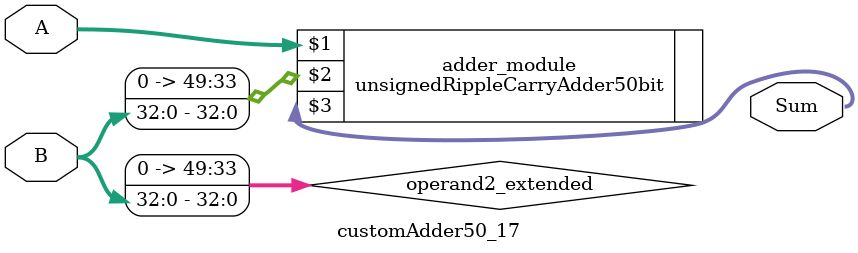
<source format=v>
module customAdder50_17(
                        input [49 : 0] A,
                        input [32 : 0] B,
                        
                        output [50 : 0] Sum
                );

        wire [49 : 0] operand2_extended;
        
        assign operand2_extended =  {17'b0, B};
        
        unsignedRippleCarryAdder50bit adder_module(
            A,
            operand2_extended,
            Sum
        );
        
        endmodule
        
</source>
